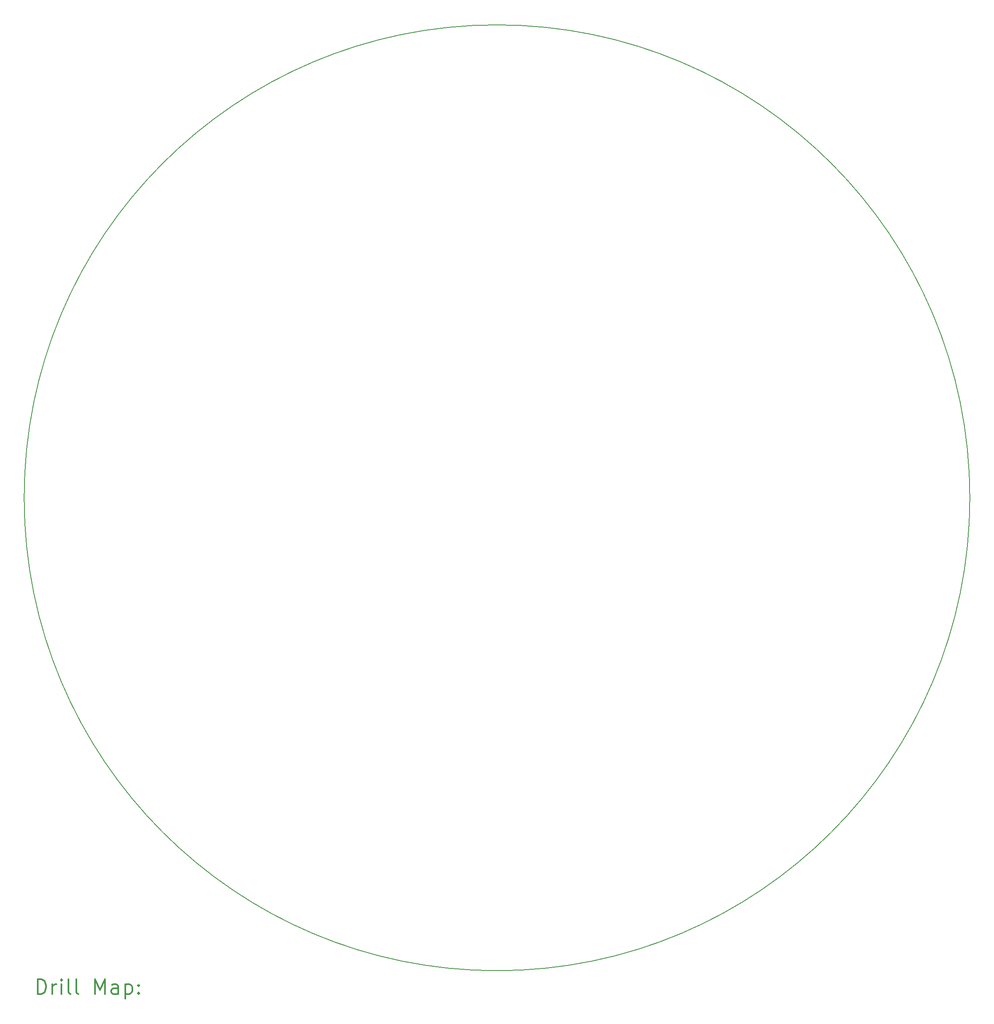
<source format=gbr>
%FSLAX45Y45*%
G04 Gerber Fmt 4.5, Leading zero omitted, Abs format (unit mm)*
G04 Created by KiCad (PCBNEW (5.0.2)-1) date 30.01.2020 15:59:32*
%MOMM*%
%LPD*%
G01*
G04 APERTURE LIST*
%ADD10C,0.200000*%
%ADD11C,0.300000*%
G04 APERTURE END LIST*
D10*
X27044500Y-16438600D02*
G75*
G03X27044500Y-16438600I-9650000J0D01*
G01*
D10*
D11*
X8020928Y-26564314D02*
X8020928Y-26264314D01*
X8092357Y-26264314D01*
X8135214Y-26278600D01*
X8163786Y-26307171D01*
X8178071Y-26335743D01*
X8192357Y-26392886D01*
X8192357Y-26435743D01*
X8178071Y-26492886D01*
X8163786Y-26521457D01*
X8135214Y-26550029D01*
X8092357Y-26564314D01*
X8020928Y-26564314D01*
X8320928Y-26564314D02*
X8320928Y-26364314D01*
X8320928Y-26421457D02*
X8335214Y-26392886D01*
X8349500Y-26378600D01*
X8378071Y-26364314D01*
X8406643Y-26364314D01*
X8506643Y-26564314D02*
X8506643Y-26364314D01*
X8506643Y-26264314D02*
X8492357Y-26278600D01*
X8506643Y-26292886D01*
X8520928Y-26278600D01*
X8506643Y-26264314D01*
X8506643Y-26292886D01*
X8692357Y-26564314D02*
X8663786Y-26550029D01*
X8649500Y-26521457D01*
X8649500Y-26264314D01*
X8849500Y-26564314D02*
X8820928Y-26550029D01*
X8806643Y-26521457D01*
X8806643Y-26264314D01*
X9192357Y-26564314D02*
X9192357Y-26264314D01*
X9292357Y-26478600D01*
X9392357Y-26264314D01*
X9392357Y-26564314D01*
X9663786Y-26564314D02*
X9663786Y-26407171D01*
X9649500Y-26378600D01*
X9620928Y-26364314D01*
X9563786Y-26364314D01*
X9535214Y-26378600D01*
X9663786Y-26550029D02*
X9635214Y-26564314D01*
X9563786Y-26564314D01*
X9535214Y-26550029D01*
X9520928Y-26521457D01*
X9520928Y-26492886D01*
X9535214Y-26464314D01*
X9563786Y-26450029D01*
X9635214Y-26450029D01*
X9663786Y-26435743D01*
X9806643Y-26364314D02*
X9806643Y-26664314D01*
X9806643Y-26378600D02*
X9835214Y-26364314D01*
X9892357Y-26364314D01*
X9920928Y-26378600D01*
X9935214Y-26392886D01*
X9949500Y-26421457D01*
X9949500Y-26507171D01*
X9935214Y-26535743D01*
X9920928Y-26550029D01*
X9892357Y-26564314D01*
X9835214Y-26564314D01*
X9806643Y-26550029D01*
X10078071Y-26535743D02*
X10092357Y-26550029D01*
X10078071Y-26564314D01*
X10063786Y-26550029D01*
X10078071Y-26535743D01*
X10078071Y-26564314D01*
X10078071Y-26378600D02*
X10092357Y-26392886D01*
X10078071Y-26407171D01*
X10063786Y-26392886D01*
X10078071Y-26378600D01*
X10078071Y-26407171D01*
M02*

</source>
